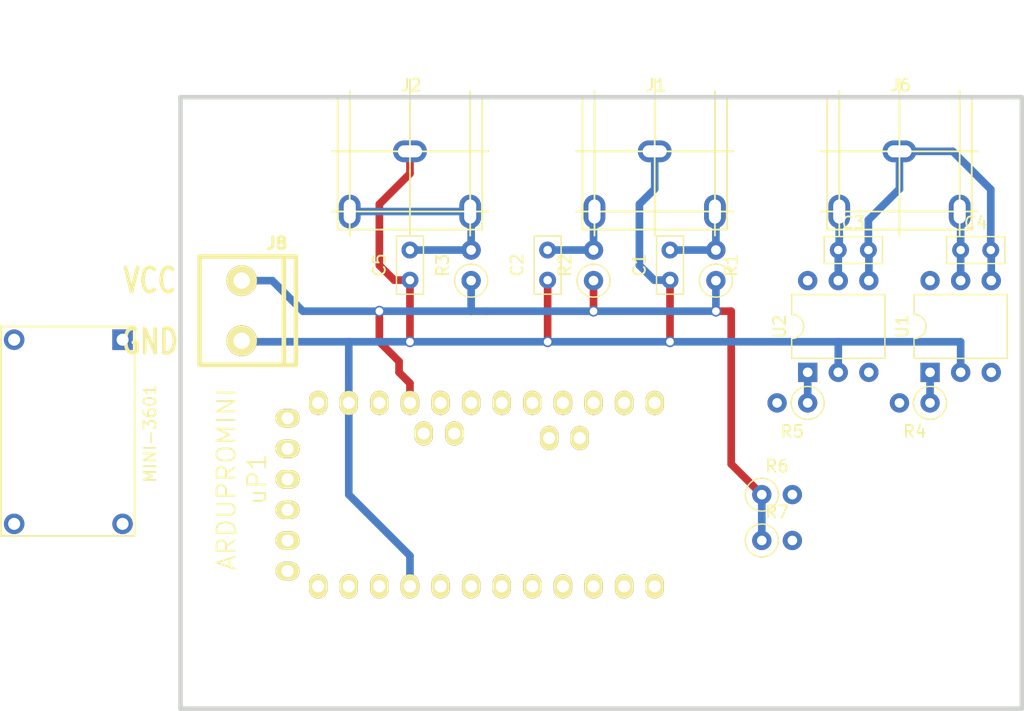
<source format=kicad_pcb>
(kicad_pcb (version 20171130) (host pcbnew "(5.1.5)-3")

  (general
    (thickness 1.6002)
    (drawings 12)
    (tracks 76)
    (zones 0)
    (modules 20)
    (nets 15)
  )

  (page A)
  (title_block
    (date 2020-11-20)
    (rev 1)
  )

  (layers
    (0 Front signal)
    (31 Back signal)
    (36 B.SilkS user)
    (37 F.SilkS user)
    (38 B.Mask user)
    (39 F.Mask user)
    (40 Dwgs.User user)
    (44 Edge.Cuts user)
  )

  (setup
    (last_trace_width 0.2032)
    (user_trace_width 0.254)
    (user_trace_width 0.635)
    (trace_clearance 0.254)
    (zone_clearance 0.2032)
    (zone_45_only no)
    (trace_min 0.008)
    (via_size 0.889)
    (via_drill 0.635)
    (via_min_size 0.035)
    (via_min_drill 0.508)
    (uvia_size 0.508)
    (uvia_drill 0.127)
    (uvias_allowed no)
    (uvia_min_size 0.02)
    (uvia_min_drill 0.127)
    (edge_width 0.381)
    (segment_width 0.381)
    (pcb_text_width 0.3048)
    (pcb_text_size 1.524 2.032)
    (mod_edge_width 0.381)
    (mod_text_size 1.524 1.524)
    (mod_text_width 0.3048)
    (pad_size 6.35 6.35)
    (pad_drill 3.175)
    (pad_to_mask_clearance 0.1524)
    (aux_axis_origin 0 0)
    (visible_elements 7FFFFF7F)
    (pcbplotparams
      (layerselection 0x010f0_80000001)
      (usegerberextensions true)
      (usegerberattributes false)
      (usegerberadvancedattributes false)
      (creategerberjobfile false)
      (excludeedgelayer true)
      (linewidth 0.150000)
      (plotframeref false)
      (viasonmask false)
      (mode 1)
      (useauxorigin false)
      (hpglpennumber 1)
      (hpglpenspeed 20)
      (hpglpendiameter 15.000000)
      (psnegative false)
      (psa4output false)
      (plotreference true)
      (plotvalue false)
      (plotinvisibletext false)
      (padsonsilk false)
      (subtractmaskfromsilk false)
      (outputformat 1)
      (mirror false)
      (drillshape 0)
      (scaleselection 1)
      (outputdirectory "plots/"))
  )

  (net 0 "")
  (net 1 GND)
  (net 2 "Net-(R4-Pad1)")
  (net 3 "Net-(R5-Pad1)")
  (net 4 /RIGHT)
  (net 5 /LEFT)
  (net 6 /ST_KEY)
  (net 7 "Net-(R5-Pad2)")
  (net 8 "Net-(R4-Pad2)")
  (net 9 +3V3)
  (net 10 "Net-(C3-Pad1)")
  (net 11 "Net-(C4-Pad1)")
  (net 12 "Net-(C3-Pad2)")
  (net 13 /ROT_A)
  (net 14 /ROT_B)

  (net_class Default "This is the default net class."
    (clearance 0.254)
    (trace_width 0.2032)
    (via_dia 0.889)
    (via_drill 0.635)
    (uvia_dia 0.508)
    (uvia_drill 0.127)
    (add_net +3V3)
    (add_net /LEFT)
    (add_net /RIGHT)
    (add_net /ROT_A)
    (add_net /ROT_B)
    (add_net /ST_KEY)
    (add_net GND)
    (add_net "Net-(C3-Pad1)")
    (add_net "Net-(C3-Pad2)")
    (add_net "Net-(C4-Pad1)")
    (add_net "Net-(R4-Pad1)")
    (add_net "Net-(R4-Pad2)")
    (add_net "Net-(R5-Pad1)")
    (add_net "Net-(R5-Pad2)")
  )

  (net_class POWER ""
    (clearance 0.254)
    (trace_width 0.635)
    (via_dia 0.889)
    (via_drill 0.635)
    (uvia_dia 0.508)
    (uvia_drill 0.127)
  )

  (module LandBoards_Conns:Jack_3.5mm_CUI_SJ1-352XN_Horizontal (layer Front) (tedit 5FB8070F) (tstamp 5FB85837)
    (at 19.05 0)
    (descr "TRS 3.5mm, horizontal, through-hole, https://www.cui.com/product/resource/sj1-353xng.pdf")
    (tags "TRS audio jack stereo horizontal")
    (path /5FB919A9)
    (fp_text reference J2 (at 0.1 -1) (layer F.SilkS)
      (effects (font (size 1 1) (thickness 0.15)))
    )
    (fp_text value AudioJack3 (at 0 15) (layer F.Fab)
      (effects (font (size 1 1) (thickness 0.15)))
    )
    (fp_text user %R (at 5 -0.5) (layer F.Fab)
      (effects (font (size 1 1) (thickness 0.15)))
    )
    (fp_line (start -6 0) (end 6 0) (layer F.SilkS) (width 0.15))
    (fp_line (start 6 0) (end 6 11) (layer F.SilkS) (width 0.15))
    (fp_line (start 6 11) (end -6 11) (layer F.SilkS) (width 0.15))
    (fp_line (start -6 11) (end -6 0) (layer F.SilkS) (width 0.15))
    (fp_line (start -6.5 9.5) (end 6.5 9.5) (layer F.SilkS) (width 0.15))
    (fp_line (start -6.5 4.5) (end 6.5 4.5) (layer F.SilkS) (width 0.15))
    (fp_line (start 0 11.5) (end 0 -1.5) (layer F.SilkS) (width 0.15))
    (fp_line (start -5 11.5) (end -5 -0.5) (layer F.SilkS) (width 0.15))
    (fp_line (start 5 11.5) (end 5 -0.5) (layer F.SilkS) (width 0.15))
    (pad S thru_hole oval (at 0 4.5) (size 2.8 1.8) (drill oval 2 1) (layers *.Cu *.Mask)
      (net 1 GND))
    (pad T thru_hole oval (at -5 9.5 90) (size 2.8 1.8) (drill oval 2 1) (layers *.Cu *.Mask)
      (net 6 /ST_KEY))
    (pad R thru_hole oval (at 5 9.5 90) (size 2.8 1.8) (drill oval 2 1) (layers *.Cu *.Mask)
      (net 6 /ST_KEY))
    (model ${KISYS3DMOD}/Connector_Audio.3dshapes/Jack_3.5mm_CUI_SJ1-3533NG_Horizontal.wrl
      (at (xyz 0 0 0))
      (scale (xyz 1 1 1))
      (rotate (xyz 0 0 0))
    )
  )

  (module LandBoards_Conns:Jack_3.5mm_CUI_SJ1-352XN_Horizontal (layer Front) (tedit 5FB8070F) (tstamp 5FB85827)
    (at 39.37 0)
    (descr "TRS 3.5mm, horizontal, through-hole, https://www.cui.com/product/resource/sj1-353xng.pdf")
    (tags "TRS audio jack stereo horizontal")
    (path /5FB7F3B1)
    (fp_text reference J1 (at 0.1 -1) (layer F.SilkS)
      (effects (font (size 1 1) (thickness 0.15)))
    )
    (fp_text value AudioJack3 (at 0 15) (layer F.Fab)
      (effects (font (size 1 1) (thickness 0.15)))
    )
    (fp_text user %R (at 5 -0.5) (layer F.Fab)
      (effects (font (size 1 1) (thickness 0.15)))
    )
    (fp_line (start -6 0) (end 6 0) (layer F.SilkS) (width 0.15))
    (fp_line (start 6 0) (end 6 11) (layer F.SilkS) (width 0.15))
    (fp_line (start 6 11) (end -6 11) (layer F.SilkS) (width 0.15))
    (fp_line (start -6 11) (end -6 0) (layer F.SilkS) (width 0.15))
    (fp_line (start -6.5 9.5) (end 6.5 9.5) (layer F.SilkS) (width 0.15))
    (fp_line (start -6.5 4.5) (end 6.5 4.5) (layer F.SilkS) (width 0.15))
    (fp_line (start 0 11.5) (end 0 -1.5) (layer F.SilkS) (width 0.15))
    (fp_line (start -5 11.5) (end -5 -0.5) (layer F.SilkS) (width 0.15))
    (fp_line (start 5 11.5) (end 5 -0.5) (layer F.SilkS) (width 0.15))
    (pad S thru_hole oval (at 0 4.5) (size 2.8 1.8) (drill oval 2 1) (layers *.Cu *.Mask)
      (net 1 GND))
    (pad T thru_hole oval (at -5 9.5 90) (size 2.8 1.8) (drill oval 2 1) (layers *.Cu *.Mask)
      (net 4 /RIGHT))
    (pad R thru_hole oval (at 5 9.5 90) (size 2.8 1.8) (drill oval 2 1) (layers *.Cu *.Mask)
      (net 5 /LEFT))
    (model ${KISYS3DMOD}/Connector_Audio.3dshapes/Jack_3.5mm_CUI_SJ1-3533NG_Horizontal.wrl
      (at (xyz 0 0 0))
      (scale (xyz 1 1 1))
      (rotate (xyz 0 0 0))
    )
  )

  (module LandBoards_Conns:Jack_3.5mm_CUI_SJ1-352XN_Horizontal (layer Front) (tedit 5FB8070F) (tstamp 5FB85847)
    (at 59.69 0)
    (descr "TRS 3.5mm, horizontal, through-hole, https://www.cui.com/product/resource/sj1-353xng.pdf")
    (tags "TRS audio jack stereo horizontal")
    (path /5FB8957F)
    (fp_text reference J6 (at 0.1 -1) (layer F.SilkS)
      (effects (font (size 1 1) (thickness 0.15)))
    )
    (fp_text value AudioJack3 (at 0 15) (layer F.Fab)
      (effects (font (size 1 1) (thickness 0.15)))
    )
    (fp_text user %R (at 5 -0.5) (layer F.Fab)
      (effects (font (size 1 1) (thickness 0.15)))
    )
    (fp_line (start -6 0) (end 6 0) (layer F.SilkS) (width 0.15))
    (fp_line (start 6 0) (end 6 11) (layer F.SilkS) (width 0.15))
    (fp_line (start 6 11) (end -6 11) (layer F.SilkS) (width 0.15))
    (fp_line (start -6 11) (end -6 0) (layer F.SilkS) (width 0.15))
    (fp_line (start -6.5 9.5) (end 6.5 9.5) (layer F.SilkS) (width 0.15))
    (fp_line (start -6.5 4.5) (end 6.5 4.5) (layer F.SilkS) (width 0.15))
    (fp_line (start 0 11.5) (end 0 -1.5) (layer F.SilkS) (width 0.15))
    (fp_line (start -5 11.5) (end -5 -0.5) (layer F.SilkS) (width 0.15))
    (fp_line (start 5 11.5) (end 5 -0.5) (layer F.SilkS) (width 0.15))
    (pad S thru_hole oval (at 0 4.5) (size 2.8 1.8) (drill oval 2 1) (layers *.Cu *.Mask)
      (net 12 "Net-(C3-Pad2)"))
    (pad T thru_hole oval (at -5 9.5 90) (size 2.8 1.8) (drill oval 2 1) (layers *.Cu *.Mask)
      (net 10 "Net-(C3-Pad1)"))
    (pad R thru_hole oval (at 5 9.5 90) (size 2.8 1.8) (drill oval 2 1) (layers *.Cu *.Mask)
      (net 11 "Net-(C4-Pad1)"))
    (model ${KISYS3DMOD}/Connector_Audio.3dshapes/Jack_3.5mm_CUI_SJ1-3533NG_Horizontal.wrl
      (at (xyz 0 0 0))
      (scale (xyz 1 1 1))
      (rotate (xyz 0 0 0))
    )
  )

  (module Package_DIP:DIP-6_W7.62mm (layer Front) (tedit 5A02E8C5) (tstamp 5FB84BDC)
    (at 62.23 22.86 90)
    (descr "6-lead though-hole mounted DIP package, row spacing 7.62 mm (300 mils)")
    (tags "THT DIP DIL PDIP 2.54mm 7.62mm 300mil")
    (path /5FB85207)
    (fp_text reference U1 (at 3.81 -2.33 90) (layer F.SilkS)
      (effects (font (size 1 1) (thickness 0.15)))
    )
    (fp_text value 4N25 (at 3.81 7.41 90) (layer F.Fab)
      (effects (font (size 1 1) (thickness 0.15)))
    )
    (fp_text user %R (at 3.81 2.54 90) (layer F.Fab)
      (effects (font (size 1 1) (thickness 0.15)))
    )
    (fp_line (start 8.7 -1.55) (end -1.1 -1.55) (layer F.CrtYd) (width 0.05))
    (fp_line (start 8.7 6.6) (end 8.7 -1.55) (layer F.CrtYd) (width 0.05))
    (fp_line (start -1.1 6.6) (end 8.7 6.6) (layer F.CrtYd) (width 0.05))
    (fp_line (start -1.1 -1.55) (end -1.1 6.6) (layer F.CrtYd) (width 0.05))
    (fp_line (start 6.46 -1.33) (end 4.81 -1.33) (layer F.SilkS) (width 0.12))
    (fp_line (start 6.46 6.41) (end 6.46 -1.33) (layer F.SilkS) (width 0.12))
    (fp_line (start 1.16 6.41) (end 6.46 6.41) (layer F.SilkS) (width 0.12))
    (fp_line (start 1.16 -1.33) (end 1.16 6.41) (layer F.SilkS) (width 0.12))
    (fp_line (start 2.81 -1.33) (end 1.16 -1.33) (layer F.SilkS) (width 0.12))
    (fp_line (start 0.635 -0.27) (end 1.635 -1.27) (layer F.Fab) (width 0.1))
    (fp_line (start 0.635 6.35) (end 0.635 -0.27) (layer F.Fab) (width 0.1))
    (fp_line (start 6.985 6.35) (end 0.635 6.35) (layer F.Fab) (width 0.1))
    (fp_line (start 6.985 -1.27) (end 6.985 6.35) (layer F.Fab) (width 0.1))
    (fp_line (start 1.635 -1.27) (end 6.985 -1.27) (layer F.Fab) (width 0.1))
    (fp_arc (start 3.81 -1.33) (end 2.81 -1.33) (angle -180) (layer F.SilkS) (width 0.12))
    (pad 6 thru_hole oval (at 7.62 0 90) (size 1.6 1.6) (drill 0.8) (layers *.Cu *.Mask))
    (pad 3 thru_hole oval (at 0 5.08 90) (size 1.6 1.6) (drill 0.8) (layers *.Cu *.Mask))
    (pad 5 thru_hole oval (at 7.62 2.54 90) (size 1.6 1.6) (drill 0.8) (layers *.Cu *.Mask)
      (net 11 "Net-(C4-Pad1)"))
    (pad 2 thru_hole oval (at 0 2.54 90) (size 1.6 1.6) (drill 0.8) (layers *.Cu *.Mask)
      (net 1 GND))
    (pad 4 thru_hole oval (at 7.62 5.08 90) (size 1.6 1.6) (drill 0.8) (layers *.Cu *.Mask)
      (net 12 "Net-(C3-Pad2)"))
    (pad 1 thru_hole rect (at 0 0 90) (size 1.6 1.6) (drill 0.8) (layers *.Cu *.Mask)
      (net 2 "Net-(R4-Pad1)"))
    (model ${KISYS3DMOD}/Package_DIP.3dshapes/DIP-6_W7.62mm.wrl
      (at (xyz 0 0 0))
      (scale (xyz 1 1 1))
      (rotate (xyz 0 0 0))
    )
  )

  (module Package_DIP:DIP-6_W7.62mm (layer Front) (tedit 5A02E8C5) (tstamp 5FB84BF6)
    (at 52.07 22.86 90)
    (descr "6-lead though-hole mounted DIP package, row spacing 7.62 mm (300 mils)")
    (tags "THT DIP DIL PDIP 2.54mm 7.62mm 300mil")
    (path /5FB85B02)
    (fp_text reference U2 (at 3.81 -2.33 90) (layer F.SilkS)
      (effects (font (size 1 1) (thickness 0.15)))
    )
    (fp_text value 4N25 (at 3.81 7.41 90) (layer F.Fab)
      (effects (font (size 1 1) (thickness 0.15)))
    )
    (fp_arc (start 3.81 -1.33) (end 2.81 -1.33) (angle -180) (layer F.SilkS) (width 0.12))
    (fp_line (start 1.635 -1.27) (end 6.985 -1.27) (layer F.Fab) (width 0.1))
    (fp_line (start 6.985 -1.27) (end 6.985 6.35) (layer F.Fab) (width 0.1))
    (fp_line (start 6.985 6.35) (end 0.635 6.35) (layer F.Fab) (width 0.1))
    (fp_line (start 0.635 6.35) (end 0.635 -0.27) (layer F.Fab) (width 0.1))
    (fp_line (start 0.635 -0.27) (end 1.635 -1.27) (layer F.Fab) (width 0.1))
    (fp_line (start 2.81 -1.33) (end 1.16 -1.33) (layer F.SilkS) (width 0.12))
    (fp_line (start 1.16 -1.33) (end 1.16 6.41) (layer F.SilkS) (width 0.12))
    (fp_line (start 1.16 6.41) (end 6.46 6.41) (layer F.SilkS) (width 0.12))
    (fp_line (start 6.46 6.41) (end 6.46 -1.33) (layer F.SilkS) (width 0.12))
    (fp_line (start 6.46 -1.33) (end 4.81 -1.33) (layer F.SilkS) (width 0.12))
    (fp_line (start -1.1 -1.55) (end -1.1 6.6) (layer F.CrtYd) (width 0.05))
    (fp_line (start -1.1 6.6) (end 8.7 6.6) (layer F.CrtYd) (width 0.05))
    (fp_line (start 8.7 6.6) (end 8.7 -1.55) (layer F.CrtYd) (width 0.05))
    (fp_line (start 8.7 -1.55) (end -1.1 -1.55) (layer F.CrtYd) (width 0.05))
    (fp_text user %R (at 3.81 2.54 90) (layer F.Fab)
      (effects (font (size 1 1) (thickness 0.15)))
    )
    (pad 1 thru_hole rect (at 0 0 90) (size 1.6 1.6) (drill 0.8) (layers *.Cu *.Mask)
      (net 3 "Net-(R5-Pad1)"))
    (pad 4 thru_hole oval (at 7.62 5.08 90) (size 1.6 1.6) (drill 0.8) (layers *.Cu *.Mask)
      (net 12 "Net-(C3-Pad2)"))
    (pad 2 thru_hole oval (at 0 2.54 90) (size 1.6 1.6) (drill 0.8) (layers *.Cu *.Mask)
      (net 1 GND))
    (pad 5 thru_hole oval (at 7.62 2.54 90) (size 1.6 1.6) (drill 0.8) (layers *.Cu *.Mask)
      (net 10 "Net-(C3-Pad1)"))
    (pad 3 thru_hole oval (at 0 5.08 90) (size 1.6 1.6) (drill 0.8) (layers *.Cu *.Mask))
    (pad 6 thru_hole oval (at 7.62 0 90) (size 1.6 1.6) (drill 0.8) (layers *.Cu *.Mask))
    (model ${KISYS3DMOD}/Package_DIP.3dshapes/DIP-6_W7.62mm.wrl
      (at (xyz 0 0 0))
      (scale (xyz 1 1 1))
      (rotate (xyz 0 0 0))
    )
  )

  (module LandBoards_BoardOutlines:MINI-360 (layer Front) (tedit 5F8C8F90) (tstamp 5FB85C92)
    (at -3.81 19.05 270)
    (descr "Through hole straight pin header, 2x02, 2.54mm pitch, double rows")
    (tags "Through hole pin header THT 2x02 2.54mm double row")
    (path /5FBC826A)
    (fp_text reference MINI-3601 (at 8.89 -1.27 90) (layer F.SilkS)
      (effects (font (size 1 1) (thickness 0.15)))
    )
    (fp_text value MINI-360 (at 8.5 13 90) (layer F.Fab)
      (effects (font (size 1 1) (thickness 0.15)))
    )
    (fp_text user %R (at 18.5 6.5) (layer F.Fab)
      (effects (font (size 1 1) (thickness 0.15)))
    )
    (fp_line (start 0 0) (end 17.4 0) (layer F.SilkS) (width 0.15))
    (fp_line (start 17.4 0) (end 17.4 11.1) (layer F.SilkS) (width 0.15))
    (fp_line (start 17.4 11.1) (end 0 11.1) (layer F.SilkS) (width 0.15))
    (fp_line (start 0 11.1) (end 0 0) (layer F.SilkS) (width 0.15))
    (pad IN- thru_hole rect (at 1.1 1 270) (size 1.7 1.7) (drill 1) (layers *.Cu *.Mask))
    (pad OUT- thru_hole oval (at 16.4 1 270) (size 1.7 1.7) (drill 1) (layers *.Cu *.Mask)
      (net 1 GND))
    (pad IN+ thru_hole oval (at 1.1 10 270) (size 1.7 1.7) (drill 1) (layers *.Cu *.Mask))
    (pad OUT+ thru_hole oval (at 16.4 10 270) (size 1.7 1.7) (drill 1) (layers *.Cu *.Mask))
    (model ${KISYS3DMOD}/Connector_PinHeader_2.54mm.3dshapes/PinHeader_2x02_P2.54mm_Vertical.wrl
      (at (xyz 0 0 0))
      (scale (xyz 1 1 1))
      (rotate (xyz 0 0 0))
    )
  )

  (module LandBoards_BoardOutlines:ArduProMini (layer Front) (tedit 5F9CB590) (tstamp 5FB85CB8)
    (at 5.08 43.18 90)
    (path /5FB7E2C9)
    (fp_text reference uP1 (at 11.43 1.27 90) (layer F.SilkS)
      (effects (font (size 1.5 1.5) (thickness 0.15)))
    )
    (fp_text value ARDUPROMINI (at 11.43 -1.27 90) (layer F.SilkS)
      (effects (font (size 1.5 1.5) (thickness 0.15)))
    )
    (pad 1 thru_hole oval (at 3.81 3.81 90) (size 1.524 2) (drill 1) (layers *.Cu *.Mask F.SilkS))
    (pad 2 thru_hole oval (at 6.35 3.81 90) (size 1.524 2) (drill 1) (layers *.Cu *.Mask F.SilkS))
    (pad 3 thru_hole oval (at 8.89 3.81 90) (size 1.524 2) (drill 1) (layers *.Cu *.Mask F.SilkS))
    (pad 4 thru_hole oval (at 11.43 3.81 90) (size 1.524 2) (drill 1) (layers *.Cu *.Mask F.SilkS))
    (pad 5 thru_hole oval (at 13.97 3.81 90) (size 1.524 2) (drill 1) (layers *.Cu *.Mask F.SilkS))
    (pad 6 thru_hole oval (at 16.51 3.81 90) (size 1.524 2) (drill 1) (layers *.Cu *.Mask F.SilkS))
    (pad 7 thru_hole oval (at 2.54 6.35 90) (size 2 1.524) (drill 1) (layers *.Cu *.Mask F.SilkS))
    (pad 8 thru_hole oval (at 2.54 8.89 90) (size 2 1.524) (drill 1) (layers *.Cu *.Mask F.SilkS))
    (pad 9 thru_hole oval (at 2.54 11.43 90) (size 2 1.524) (drill 1) (layers *.Cu *.Mask F.SilkS))
    (pad 10 thru_hole oval (at 2.54 13.97 90) (size 2 1.524) (drill 1) (layers *.Cu *.Mask F.SilkS)
      (net 1 GND))
    (pad 11 thru_hole oval (at 2.54 16.51 90) (size 2 1.524) (drill 1) (layers *.Cu *.Mask F.SilkS)
      (net 5 /LEFT))
    (pad 12 thru_hole oval (at 2.54 19.05 90) (size 2 1.524) (drill 1) (layers *.Cu *.Mask F.SilkS)
      (net 6 /ST_KEY))
    (pad 13 thru_hole oval (at 2.54 21.59 90) (size 2 1.524) (drill 1) (layers *.Cu *.Mask F.SilkS))
    (pad 14 thru_hole oval (at 2.54 24.13 90) (size 2 1.524) (drill 1) (layers *.Cu *.Mask F.SilkS)
      (net 4 /RIGHT))
    (pad 15 thru_hole oval (at 2.54 26.67 90) (size 2 1.524) (drill 1) (layers *.Cu *.Mask F.SilkS))
    (pad 16 thru_hole oval (at 2.54 29.21 90) (size 2 1.524) (drill 1) (layers *.Cu *.Mask F.SilkS))
    (pad 17 thru_hole oval (at 2.54 31.75 90) (size 2 1.524) (drill 1) (layers *.Cu *.Mask F.SilkS))
    (pad 18 thru_hole oval (at 2.54 34.29 90) (size 2 1.524) (drill 1) (layers *.Cu *.Mask F.SilkS)
      (net 14 /ROT_B))
    (pad 19 thru_hole oval (at 17.78 6.35 90) (size 2 1.524) (drill 1) (layers *.Cu *.Mask F.SilkS))
    (pad 20 thru_hole oval (at 17.78 8.89 90) (size 2 1.524) (drill 1) (layers *.Cu *.Mask F.SilkS)
      (net 1 GND))
    (pad 21 thru_hole oval (at 17.78 11.43 90) (size 2 1.524) (drill 1) (layers *.Cu *.Mask F.SilkS))
    (pad 22 thru_hole oval (at 17.78 13.97 90) (size 2 1.524) (drill 1) (layers *.Cu *.Mask F.SilkS)
      (net 9 +3V3))
    (pad 23 thru_hole oval (at 17.78 16.51 90) (size 2 1.524) (drill 1) (layers *.Cu *.Mask F.SilkS))
    (pad 24 thru_hole oval (at 17.78 19.05 90) (size 2 1.524) (drill 1) (layers *.Cu *.Mask F.SilkS))
    (pad 25 thru_hole oval (at 17.78 21.59 90) (size 2 1.524) (drill 1) (layers *.Cu *.Mask F.SilkS))
    (pad 26 thru_hole oval (at 17.78 24.13 90) (size 2 1.524) (drill 1) (layers *.Cu *.Mask F.SilkS))
    (pad 27 thru_hole oval (at 17.78 26.67 90) (size 2 1.524) (drill 1) (layers *.Cu *.Mask F.SilkS))
    (pad 28 thru_hole oval (at 17.78 29.21 90) (size 2 1.524) (drill 1) (layers *.Cu *.Mask F.SilkS)
      (net 13 /ROT_A))
    (pad 29 thru_hole oval (at 17.78 31.75 90) (size 2 1.524) (drill 1) (layers *.Cu *.Mask F.SilkS)
      (net 7 "Net-(R5-Pad2)"))
    (pad 30 thru_hole oval (at 17.78 34.29 90) (size 2 1.524) (drill 1) (layers *.Cu *.Mask F.SilkS)
      (net 8 "Net-(R4-Pad2)"))
    (pad 31 thru_hole oval (at 15.24 15.113 90) (size 2 1.524) (drill 1) (layers *.Cu *.Mask F.SilkS))
    (pad 32 thru_hole oval (at 15.24 17.653 90) (size 2 1.524) (drill 1) (layers *.Cu *.Mask F.SilkS))
    (pad 34 thru_hole oval (at 14.859 25.527 90) (size 2 1.524) (drill 1) (layers *.Cu *.Mask F.SilkS))
    (pad 35 thru_hole oval (at 14.859 28.067 90) (size 2 1.524) (drill 1) (layers *.Cu *.Mask F.SilkS))
  )

  (module Resistor_THT:R_Axial_DIN0207_L6.3mm_D2.5mm_P2.54mm_Vertical (layer Front) (tedit 5AE5139B) (tstamp 5FB86498)
    (at 44.45 15.24 90)
    (descr "Resistor, Axial_DIN0207 series, Axial, Vertical, pin pitch=2.54mm, 0.25W = 1/4W, length*diameter=6.3*2.5mm^2, http://cdn-reichelt.de/documents/datenblatt/B400/1_4W%23YAG.pdf")
    (tags "Resistor Axial_DIN0207 series Axial Vertical pin pitch 2.54mm 0.25W = 1/4W length 6.3mm diameter 2.5mm")
    (path /5FB8011C)
    (fp_text reference R1 (at 1.27 1.27 90) (layer F.SilkS)
      (effects (font (size 1 1) (thickness 0.15)))
    )
    (fp_text value 10K (at 1.27 2.37 90) (layer F.Fab)
      (effects (font (size 1 1) (thickness 0.15)))
    )
    (fp_circle (center 0 0) (end 1.25 0) (layer F.Fab) (width 0.1))
    (fp_circle (center 0 0) (end 1.37 0) (layer F.SilkS) (width 0.12))
    (fp_line (start 0 0) (end 2.54 0) (layer F.Fab) (width 0.1))
    (fp_line (start 1.37 0) (end 1.44 0) (layer F.SilkS) (width 0.12))
    (fp_line (start -1.5 -1.5) (end -1.5 1.5) (layer F.CrtYd) (width 0.05))
    (fp_line (start -1.5 1.5) (end 3.59 1.5) (layer F.CrtYd) (width 0.05))
    (fp_line (start 3.59 1.5) (end 3.59 -1.5) (layer F.CrtYd) (width 0.05))
    (fp_line (start 3.59 -1.5) (end -1.5 -1.5) (layer F.CrtYd) (width 0.05))
    (fp_text user %R (at 1.27 -2.37 90) (layer F.Fab)
      (effects (font (size 1 1) (thickness 0.15)))
    )
    (pad 1 thru_hole circle (at 0 0 90) (size 1.6 1.6) (drill 0.8) (layers *.Cu *.Mask)
      (net 9 +3V3))
    (pad 2 thru_hole oval (at 2.54 0 90) (size 1.6 1.6) (drill 0.8) (layers *.Cu *.Mask)
      (net 5 /LEFT))
    (model ${KISYS3DMOD}/Resistor_THT.3dshapes/R_Axial_DIN0207_L6.3mm_D2.5mm_P2.54mm_Vertical.wrl
      (at (xyz 0 0 0))
      (scale (xyz 1 1 1))
      (rotate (xyz 0 0 0))
    )
  )

  (module Resistor_THT:R_Axial_DIN0207_L6.3mm_D2.5mm_P2.54mm_Vertical (layer Front) (tedit 5AE5139B) (tstamp 5FB864A7)
    (at 34.29 15.24 90)
    (descr "Resistor, Axial_DIN0207 series, Axial, Vertical, pin pitch=2.54mm, 0.25W = 1/4W, length*diameter=6.3*2.5mm^2, http://cdn-reichelt.de/documents/datenblatt/B400/1_4W%23YAG.pdf")
    (tags "Resistor Axial_DIN0207 series Axial Vertical pin pitch 2.54mm 0.25W = 1/4W length 6.3mm diameter 2.5mm")
    (path /5FB80864)
    (fp_text reference R2 (at 1.27 -2.37 90) (layer F.SilkS)
      (effects (font (size 1 1) (thickness 0.15)))
    )
    (fp_text value 10K (at 1.27 2.37 90) (layer F.Fab)
      (effects (font (size 1 1) (thickness 0.15)))
    )
    (fp_text user %R (at 1.27 -2.37 90) (layer F.Fab)
      (effects (font (size 1 1) (thickness 0.15)))
    )
    (fp_line (start 3.59 -1.5) (end -1.5 -1.5) (layer F.CrtYd) (width 0.05))
    (fp_line (start 3.59 1.5) (end 3.59 -1.5) (layer F.CrtYd) (width 0.05))
    (fp_line (start -1.5 1.5) (end 3.59 1.5) (layer F.CrtYd) (width 0.05))
    (fp_line (start -1.5 -1.5) (end -1.5 1.5) (layer F.CrtYd) (width 0.05))
    (fp_line (start 1.37 0) (end 1.44 0) (layer F.SilkS) (width 0.12))
    (fp_line (start 0 0) (end 2.54 0) (layer F.Fab) (width 0.1))
    (fp_circle (center 0 0) (end 1.37 0) (layer F.SilkS) (width 0.12))
    (fp_circle (center 0 0) (end 1.25 0) (layer F.Fab) (width 0.1))
    (pad 2 thru_hole oval (at 2.54 0 90) (size 1.6 1.6) (drill 0.8) (layers *.Cu *.Mask)
      (net 4 /RIGHT))
    (pad 1 thru_hole circle (at 0 0 90) (size 1.6 1.6) (drill 0.8) (layers *.Cu *.Mask)
      (net 9 +3V3))
    (model ${KISYS3DMOD}/Resistor_THT.3dshapes/R_Axial_DIN0207_L6.3mm_D2.5mm_P2.54mm_Vertical.wrl
      (at (xyz 0 0 0))
      (scale (xyz 1 1 1))
      (rotate (xyz 0 0 0))
    )
  )

  (module Resistor_THT:R_Axial_DIN0207_L6.3mm_D2.5mm_P2.54mm_Vertical (layer Front) (tedit 5AE5139B) (tstamp 5FB864B6)
    (at 24.13 15.24 90)
    (descr "Resistor, Axial_DIN0207 series, Axial, Vertical, pin pitch=2.54mm, 0.25W = 1/4W, length*diameter=6.3*2.5mm^2, http://cdn-reichelt.de/documents/datenblatt/B400/1_4W%23YAG.pdf")
    (tags "Resistor Axial_DIN0207 series Axial Vertical pin pitch 2.54mm 0.25W = 1/4W length 6.3mm diameter 2.5mm")
    (path /5FB9F5D1)
    (fp_text reference R3 (at 1.27 -2.37 90) (layer F.SilkS)
      (effects (font (size 1 1) (thickness 0.15)))
    )
    (fp_text value 10K (at 1.27 2.37 90) (layer F.Fab)
      (effects (font (size 1 1) (thickness 0.15)))
    )
    (fp_circle (center 0 0) (end 1.25 0) (layer F.Fab) (width 0.1))
    (fp_circle (center 0 0) (end 1.37 0) (layer F.SilkS) (width 0.12))
    (fp_line (start 0 0) (end 2.54 0) (layer F.Fab) (width 0.1))
    (fp_line (start 1.37 0) (end 1.44 0) (layer F.SilkS) (width 0.12))
    (fp_line (start -1.5 -1.5) (end -1.5 1.5) (layer F.CrtYd) (width 0.05))
    (fp_line (start -1.5 1.5) (end 3.59 1.5) (layer F.CrtYd) (width 0.05))
    (fp_line (start 3.59 1.5) (end 3.59 -1.5) (layer F.CrtYd) (width 0.05))
    (fp_line (start 3.59 -1.5) (end -1.5 -1.5) (layer F.CrtYd) (width 0.05))
    (fp_text user %R (at 1.27 -2.37 90) (layer F.Fab)
      (effects (font (size 1 1) (thickness 0.15)))
    )
    (pad 1 thru_hole circle (at 0 0 90) (size 1.6 1.6) (drill 0.8) (layers *.Cu *.Mask)
      (net 9 +3V3))
    (pad 2 thru_hole oval (at 2.54 0 90) (size 1.6 1.6) (drill 0.8) (layers *.Cu *.Mask)
      (net 6 /ST_KEY))
    (model ${KISYS3DMOD}/Resistor_THT.3dshapes/R_Axial_DIN0207_L6.3mm_D2.5mm_P2.54mm_Vertical.wrl
      (at (xyz 0 0 0))
      (scale (xyz 1 1 1))
      (rotate (xyz 0 0 0))
    )
  )

  (module Resistor_THT:R_Axial_DIN0207_L6.3mm_D2.5mm_P2.54mm_Vertical (layer Front) (tedit 5AE5139B) (tstamp 5FB864C5)
    (at 62.23 25.4 180)
    (descr "Resistor, Axial_DIN0207 series, Axial, Vertical, pin pitch=2.54mm, 0.25W = 1/4W, length*diameter=6.3*2.5mm^2, http://cdn-reichelt.de/documents/datenblatt/B400/1_4W%23YAG.pdf")
    (tags "Resistor Axial_DIN0207 series Axial Vertical pin pitch 2.54mm 0.25W = 1/4W length 6.3mm diameter 2.5mm")
    (path /5FB8739D)
    (fp_text reference R4 (at 1.27 -2.37) (layer F.SilkS)
      (effects (font (size 1 1) (thickness 0.15)))
    )
    (fp_text value 120 (at 1.27 2.37) (layer F.Fab)
      (effects (font (size 1 1) (thickness 0.15)))
    )
    (fp_circle (center 0 0) (end 1.25 0) (layer F.Fab) (width 0.1))
    (fp_circle (center 0 0) (end 1.37 0) (layer F.SilkS) (width 0.12))
    (fp_line (start 0 0) (end 2.54 0) (layer F.Fab) (width 0.1))
    (fp_line (start 1.37 0) (end 1.44 0) (layer F.SilkS) (width 0.12))
    (fp_line (start -1.5 -1.5) (end -1.5 1.5) (layer F.CrtYd) (width 0.05))
    (fp_line (start -1.5 1.5) (end 3.59 1.5) (layer F.CrtYd) (width 0.05))
    (fp_line (start 3.59 1.5) (end 3.59 -1.5) (layer F.CrtYd) (width 0.05))
    (fp_line (start 3.59 -1.5) (end -1.5 -1.5) (layer F.CrtYd) (width 0.05))
    (fp_text user %R (at 1.27 -2.37) (layer F.Fab)
      (effects (font (size 1 1) (thickness 0.15)))
    )
    (pad 1 thru_hole circle (at 0 0 180) (size 1.6 1.6) (drill 0.8) (layers *.Cu *.Mask)
      (net 2 "Net-(R4-Pad1)"))
    (pad 2 thru_hole oval (at 2.54 0 180) (size 1.6 1.6) (drill 0.8) (layers *.Cu *.Mask)
      (net 8 "Net-(R4-Pad2)"))
    (model ${KISYS3DMOD}/Resistor_THT.3dshapes/R_Axial_DIN0207_L6.3mm_D2.5mm_P2.54mm_Vertical.wrl
      (at (xyz 0 0 0))
      (scale (xyz 1 1 1))
      (rotate (xyz 0 0 0))
    )
  )

  (module Resistor_THT:R_Axial_DIN0207_L6.3mm_D2.5mm_P2.54mm_Vertical (layer Front) (tedit 5AE5139B) (tstamp 5FB864D4)
    (at 52.07 25.4 180)
    (descr "Resistor, Axial_DIN0207 series, Axial, Vertical, pin pitch=2.54mm, 0.25W = 1/4W, length*diameter=6.3*2.5mm^2, http://cdn-reichelt.de/documents/datenblatt/B400/1_4W%23YAG.pdf")
    (tags "Resistor Axial_DIN0207 series Axial Vertical pin pitch 2.54mm 0.25W = 1/4W length 6.3mm diameter 2.5mm")
    (path /5FB88577)
    (fp_text reference R5 (at 1.27 -2.37) (layer F.SilkS)
      (effects (font (size 1 1) (thickness 0.15)))
    )
    (fp_text value 120 (at 1.27 2.37) (layer F.Fab)
      (effects (font (size 1 1) (thickness 0.15)))
    )
    (fp_text user %R (at 1.27 -2.37) (layer F.Fab)
      (effects (font (size 1 1) (thickness 0.15)))
    )
    (fp_line (start 3.59 -1.5) (end -1.5 -1.5) (layer F.CrtYd) (width 0.05))
    (fp_line (start 3.59 1.5) (end 3.59 -1.5) (layer F.CrtYd) (width 0.05))
    (fp_line (start -1.5 1.5) (end 3.59 1.5) (layer F.CrtYd) (width 0.05))
    (fp_line (start -1.5 -1.5) (end -1.5 1.5) (layer F.CrtYd) (width 0.05))
    (fp_line (start 1.37 0) (end 1.44 0) (layer F.SilkS) (width 0.12))
    (fp_line (start 0 0) (end 2.54 0) (layer F.Fab) (width 0.1))
    (fp_circle (center 0 0) (end 1.37 0) (layer F.SilkS) (width 0.12))
    (fp_circle (center 0 0) (end 1.25 0) (layer F.Fab) (width 0.1))
    (pad 2 thru_hole oval (at 2.54 0 180) (size 1.6 1.6) (drill 0.8) (layers *.Cu *.Mask)
      (net 7 "Net-(R5-Pad2)"))
    (pad 1 thru_hole circle (at 0 0 180) (size 1.6 1.6) (drill 0.8) (layers *.Cu *.Mask)
      (net 3 "Net-(R5-Pad1)"))
    (model ${KISYS3DMOD}/Resistor_THT.3dshapes/R_Axial_DIN0207_L6.3mm_D2.5mm_P2.54mm_Vertical.wrl
      (at (xyz 0 0 0))
      (scale (xyz 1 1 1))
      (rotate (xyz 0 0 0))
    )
  )

  (module Capacitor_THT:C_Rect_L4.6mm_W2.0mm_P2.50mm_MKS02_FKP02 (layer Front) (tedit 5AE50EF0) (tstamp 5FB86946)
    (at 40.64 12.7 270)
    (descr "C, Rect series, Radial, pin pitch=2.50mm, , length*width=4.6*2mm^2, Capacitor, http://www.wima.de/DE/WIMA_MKS_02.pdf")
    (tags "C Rect series Radial pin pitch 2.50mm  length 4.6mm width 2mm Capacitor")
    (path /5FB83229)
    (fp_text reference C1 (at 1.25 2.54 90) (layer F.SilkS)
      (effects (font (size 1 1) (thickness 0.15)))
    )
    (fp_text value 0.01uF (at 1.25 2.25 90) (layer F.Fab)
      (effects (font (size 1 1) (thickness 0.15)))
    )
    (fp_line (start -1.05 -1) (end -1.05 1) (layer F.Fab) (width 0.1))
    (fp_line (start -1.05 1) (end 3.55 1) (layer F.Fab) (width 0.1))
    (fp_line (start 3.55 1) (end 3.55 -1) (layer F.Fab) (width 0.1))
    (fp_line (start 3.55 -1) (end -1.05 -1) (layer F.Fab) (width 0.1))
    (fp_line (start -1.17 -1.12) (end 3.67 -1.12) (layer F.SilkS) (width 0.12))
    (fp_line (start -1.17 1.12) (end 3.67 1.12) (layer F.SilkS) (width 0.12))
    (fp_line (start -1.17 -1.12) (end -1.17 1.12) (layer F.SilkS) (width 0.12))
    (fp_line (start 3.67 -1.12) (end 3.67 1.12) (layer F.SilkS) (width 0.12))
    (fp_line (start -1.3 -1.25) (end -1.3 1.25) (layer F.CrtYd) (width 0.05))
    (fp_line (start -1.3 1.25) (end 3.8 1.25) (layer F.CrtYd) (width 0.05))
    (fp_line (start 3.8 1.25) (end 3.8 -1.25) (layer F.CrtYd) (width 0.05))
    (fp_line (start 3.8 -1.25) (end -1.3 -1.25) (layer F.CrtYd) (width 0.05))
    (fp_text user %R (at 1.25 0 90) (layer F.Fab)
      (effects (font (size 0.92 0.92) (thickness 0.138)))
    )
    (pad 1 thru_hole circle (at 0 0 270) (size 1.4 1.4) (drill 0.7) (layers *.Cu *.Mask)
      (net 5 /LEFT))
    (pad 2 thru_hole circle (at 2.5 0 270) (size 1.4 1.4) (drill 0.7) (layers *.Cu *.Mask)
      (net 1 GND))
    (model ${KISYS3DMOD}/Capacitor_THT.3dshapes/C_Rect_L4.6mm_W2.0mm_P2.50mm_MKS02_FKP02.wrl
      (at (xyz 0 0 0))
      (scale (xyz 1 1 1))
      (rotate (xyz 0 0 0))
    )
  )

  (module Capacitor_THT:C_Rect_L4.6mm_W2.0mm_P2.50mm_MKS02_FKP02 (layer Front) (tedit 5AE50EF0) (tstamp 5FB86958)
    (at 30.48 12.7 270)
    (descr "C, Rect series, Radial, pin pitch=2.50mm, , length*width=4.6*2mm^2, Capacitor, http://www.wima.de/DE/WIMA_MKS_02.pdf")
    (tags "C Rect series Radial pin pitch 2.50mm  length 4.6mm width 2mm Capacitor")
    (path /5FB8256D)
    (fp_text reference C2 (at 1.25 2.54 90) (layer F.SilkS)
      (effects (font (size 1 1) (thickness 0.15)))
    )
    (fp_text value 0.01uF (at 1.25 2.25 90) (layer F.Fab)
      (effects (font (size 1 1) (thickness 0.15)))
    )
    (fp_text user %R (at 1.25 0 90) (layer F.Fab)
      (effects (font (size 0.92 0.92) (thickness 0.138)))
    )
    (fp_line (start 3.8 -1.25) (end -1.3 -1.25) (layer F.CrtYd) (width 0.05))
    (fp_line (start 3.8 1.25) (end 3.8 -1.25) (layer F.CrtYd) (width 0.05))
    (fp_line (start -1.3 1.25) (end 3.8 1.25) (layer F.CrtYd) (width 0.05))
    (fp_line (start -1.3 -1.25) (end -1.3 1.25) (layer F.CrtYd) (width 0.05))
    (fp_line (start 3.67 -1.12) (end 3.67 1.12) (layer F.SilkS) (width 0.12))
    (fp_line (start -1.17 -1.12) (end -1.17 1.12) (layer F.SilkS) (width 0.12))
    (fp_line (start -1.17 1.12) (end 3.67 1.12) (layer F.SilkS) (width 0.12))
    (fp_line (start -1.17 -1.12) (end 3.67 -1.12) (layer F.SilkS) (width 0.12))
    (fp_line (start 3.55 -1) (end -1.05 -1) (layer F.Fab) (width 0.1))
    (fp_line (start 3.55 1) (end 3.55 -1) (layer F.Fab) (width 0.1))
    (fp_line (start -1.05 1) (end 3.55 1) (layer F.Fab) (width 0.1))
    (fp_line (start -1.05 -1) (end -1.05 1) (layer F.Fab) (width 0.1))
    (pad 2 thru_hole circle (at 2.5 0 270) (size 1.4 1.4) (drill 0.7) (layers *.Cu *.Mask)
      (net 1 GND))
    (pad 1 thru_hole circle (at 0 0 270) (size 1.4 1.4) (drill 0.7) (layers *.Cu *.Mask)
      (net 4 /RIGHT))
    (model ${KISYS3DMOD}/Capacitor_THT.3dshapes/C_Rect_L4.6mm_W2.0mm_P2.50mm_MKS02_FKP02.wrl
      (at (xyz 0 0 0))
      (scale (xyz 1 1 1))
      (rotate (xyz 0 0 0))
    )
  )

  (module Capacitor_THT:C_Rect_L4.6mm_W2.0mm_P2.50mm_MKS02_FKP02 (layer Front) (tedit 5AE50EF0) (tstamp 5FB86AA5)
    (at 54.61 12.7)
    (descr "C, Rect series, Radial, pin pitch=2.50mm, , length*width=4.6*2mm^2, Capacitor, http://www.wima.de/DE/WIMA_MKS_02.pdf")
    (tags "C Rect series Radial pin pitch 2.50mm  length 4.6mm width 2mm Capacitor")
    (path /5FBFBE77)
    (fp_text reference C3 (at 1.25 -2.25) (layer F.SilkS)
      (effects (font (size 1 1) (thickness 0.15)))
    )
    (fp_text value 0.01uF (at 1.25 2.25) (layer F.Fab)
      (effects (font (size 1 1) (thickness 0.15)))
    )
    (fp_text user %R (at 1.25 0) (layer F.Fab)
      (effects (font (size 0.92 0.92) (thickness 0.138)))
    )
    (fp_line (start 3.8 -1.25) (end -1.3 -1.25) (layer F.CrtYd) (width 0.05))
    (fp_line (start 3.8 1.25) (end 3.8 -1.25) (layer F.CrtYd) (width 0.05))
    (fp_line (start -1.3 1.25) (end 3.8 1.25) (layer F.CrtYd) (width 0.05))
    (fp_line (start -1.3 -1.25) (end -1.3 1.25) (layer F.CrtYd) (width 0.05))
    (fp_line (start 3.67 -1.12) (end 3.67 1.12) (layer F.SilkS) (width 0.12))
    (fp_line (start -1.17 -1.12) (end -1.17 1.12) (layer F.SilkS) (width 0.12))
    (fp_line (start -1.17 1.12) (end 3.67 1.12) (layer F.SilkS) (width 0.12))
    (fp_line (start -1.17 -1.12) (end 3.67 -1.12) (layer F.SilkS) (width 0.12))
    (fp_line (start 3.55 -1) (end -1.05 -1) (layer F.Fab) (width 0.1))
    (fp_line (start 3.55 1) (end 3.55 -1) (layer F.Fab) (width 0.1))
    (fp_line (start -1.05 1) (end 3.55 1) (layer F.Fab) (width 0.1))
    (fp_line (start -1.05 -1) (end -1.05 1) (layer F.Fab) (width 0.1))
    (pad 2 thru_hole circle (at 2.5 0) (size 1.4 1.4) (drill 0.7) (layers *.Cu *.Mask)
      (net 12 "Net-(C3-Pad2)"))
    (pad 1 thru_hole circle (at 0 0) (size 1.4 1.4) (drill 0.7) (layers *.Cu *.Mask)
      (net 10 "Net-(C3-Pad1)"))
    (model ${KISYS3DMOD}/Capacitor_THT.3dshapes/C_Rect_L4.6mm_W2.0mm_P2.50mm_MKS02_FKP02.wrl
      (at (xyz 0 0 0))
      (scale (xyz 1 1 1))
      (rotate (xyz 0 0 0))
    )
  )

  (module Capacitor_THT:C_Rect_L4.6mm_W2.0mm_P2.50mm_MKS02_FKP02 (layer Front) (tedit 5AE50EF0) (tstamp 5FB86AB8)
    (at 64.77 12.7)
    (descr "C, Rect series, Radial, pin pitch=2.50mm, , length*width=4.6*2mm^2, Capacitor, http://www.wima.de/DE/WIMA_MKS_02.pdf")
    (tags "C Rect series Radial pin pitch 2.50mm  length 4.6mm width 2mm Capacitor")
    (path /5FBFF0A1)
    (fp_text reference C4 (at 1.25 -2.25) (layer F.SilkS)
      (effects (font (size 1 1) (thickness 0.15)))
    )
    (fp_text value 0.01uF (at 1.25 2.25) (layer F.Fab)
      (effects (font (size 1 1) (thickness 0.15)))
    )
    (fp_line (start -1.05 -1) (end -1.05 1) (layer F.Fab) (width 0.1))
    (fp_line (start -1.05 1) (end 3.55 1) (layer F.Fab) (width 0.1))
    (fp_line (start 3.55 1) (end 3.55 -1) (layer F.Fab) (width 0.1))
    (fp_line (start 3.55 -1) (end -1.05 -1) (layer F.Fab) (width 0.1))
    (fp_line (start -1.17 -1.12) (end 3.67 -1.12) (layer F.SilkS) (width 0.12))
    (fp_line (start -1.17 1.12) (end 3.67 1.12) (layer F.SilkS) (width 0.12))
    (fp_line (start -1.17 -1.12) (end -1.17 1.12) (layer F.SilkS) (width 0.12))
    (fp_line (start 3.67 -1.12) (end 3.67 1.12) (layer F.SilkS) (width 0.12))
    (fp_line (start -1.3 -1.25) (end -1.3 1.25) (layer F.CrtYd) (width 0.05))
    (fp_line (start -1.3 1.25) (end 3.8 1.25) (layer F.CrtYd) (width 0.05))
    (fp_line (start 3.8 1.25) (end 3.8 -1.25) (layer F.CrtYd) (width 0.05))
    (fp_line (start 3.8 -1.25) (end -1.3 -1.25) (layer F.CrtYd) (width 0.05))
    (fp_text user %R (at 1.25 0) (layer F.Fab)
      (effects (font (size 0.92 0.92) (thickness 0.138)))
    )
    (pad 1 thru_hole circle (at 0 0) (size 1.4 1.4) (drill 0.7) (layers *.Cu *.Mask)
      (net 11 "Net-(C4-Pad1)"))
    (pad 2 thru_hole circle (at 2.5 0) (size 1.4 1.4) (drill 0.7) (layers *.Cu *.Mask)
      (net 12 "Net-(C3-Pad2)"))
    (model ${KISYS3DMOD}/Capacitor_THT.3dshapes/C_Rect_L4.6mm_W2.0mm_P2.50mm_MKS02_FKP02.wrl
      (at (xyz 0 0 0))
      (scale (xyz 1 1 1))
      (rotate (xyz 0 0 0))
    )
  )

  (module Capacitor_THT:C_Rect_L4.6mm_W2.0mm_P2.50mm_MKS02_FKP02 (layer Front) (tedit 5AE50EF0) (tstamp 5FB86E2B)
    (at 19.05 12.7 270)
    (descr "C, Rect series, Radial, pin pitch=2.50mm, , length*width=4.6*2mm^2, Capacitor, http://www.wima.de/DE/WIMA_MKS_02.pdf")
    (tags "C Rect series Radial pin pitch 2.50mm  length 4.6mm width 2mm Capacitor")
    (path /5FC1B621)
    (fp_text reference C5 (at 1.25 2.54 90) (layer F.SilkS)
      (effects (font (size 1 1) (thickness 0.15)))
    )
    (fp_text value 0.01uF (at 1.25 2.25 90) (layer F.Fab)
      (effects (font (size 1 1) (thickness 0.15)))
    )
    (fp_line (start -1.05 -1) (end -1.05 1) (layer F.Fab) (width 0.1))
    (fp_line (start -1.05 1) (end 3.55 1) (layer F.Fab) (width 0.1))
    (fp_line (start 3.55 1) (end 3.55 -1) (layer F.Fab) (width 0.1))
    (fp_line (start 3.55 -1) (end -1.05 -1) (layer F.Fab) (width 0.1))
    (fp_line (start -1.17 -1.12) (end 3.67 -1.12) (layer F.SilkS) (width 0.12))
    (fp_line (start -1.17 1.12) (end 3.67 1.12) (layer F.SilkS) (width 0.12))
    (fp_line (start -1.17 -1.12) (end -1.17 1.12) (layer F.SilkS) (width 0.12))
    (fp_line (start 3.67 -1.12) (end 3.67 1.12) (layer F.SilkS) (width 0.12))
    (fp_line (start -1.3 -1.25) (end -1.3 1.25) (layer F.CrtYd) (width 0.05))
    (fp_line (start -1.3 1.25) (end 3.8 1.25) (layer F.CrtYd) (width 0.05))
    (fp_line (start 3.8 1.25) (end 3.8 -1.25) (layer F.CrtYd) (width 0.05))
    (fp_line (start 3.8 -1.25) (end -1.3 -1.25) (layer F.CrtYd) (width 0.05))
    (fp_text user %R (at 1.25 0 90) (layer F.Fab)
      (effects (font (size 0.92 0.92) (thickness 0.138)))
    )
    (pad 1 thru_hole circle (at 0 0 270) (size 1.4 1.4) (drill 0.7) (layers *.Cu *.Mask)
      (net 6 /ST_KEY))
    (pad 2 thru_hole circle (at 2.5 0 270) (size 1.4 1.4) (drill 0.7) (layers *.Cu *.Mask)
      (net 1 GND))
    (model ${KISYS3DMOD}/Capacitor_THT.3dshapes/C_Rect_L4.6mm_W2.0mm_P2.50mm_MKS02_FKP02.wrl
      (at (xyz 0 0 0))
      (scale (xyz 1 1 1))
      (rotate (xyz 0 0 0))
    )
  )

  (module Resistor_THT:R_Axial_DIN0207_L6.3mm_D2.5mm_P2.54mm_Vertical (layer Front) (tedit 5AE5139B) (tstamp 5FB91638)
    (at 48.26 33.02)
    (descr "Resistor, Axial_DIN0207 series, Axial, Vertical, pin pitch=2.54mm, 0.25W = 1/4W, length*diameter=6.3*2.5mm^2, http://cdn-reichelt.de/documents/datenblatt/B400/1_4W%23YAG.pdf")
    (tags "Resistor Axial_DIN0207 series Axial Vertical pin pitch 2.54mm 0.25W = 1/4W length 6.3mm diameter 2.5mm")
    (path /5FC636AB)
    (fp_text reference R6 (at 1.27 -2.37) (layer F.SilkS)
      (effects (font (size 1 1) (thickness 0.15)))
    )
    (fp_text value 10K (at 1.27 2.37) (layer F.Fab)
      (effects (font (size 1 1) (thickness 0.15)))
    )
    (fp_text user %R (at 1.27 -2.37) (layer F.Fab)
      (effects (font (size 1 1) (thickness 0.15)))
    )
    (fp_line (start 3.59 -1.5) (end -1.5 -1.5) (layer F.CrtYd) (width 0.05))
    (fp_line (start 3.59 1.5) (end 3.59 -1.5) (layer F.CrtYd) (width 0.05))
    (fp_line (start -1.5 1.5) (end 3.59 1.5) (layer F.CrtYd) (width 0.05))
    (fp_line (start -1.5 -1.5) (end -1.5 1.5) (layer F.CrtYd) (width 0.05))
    (fp_line (start 1.37 0) (end 1.44 0) (layer F.SilkS) (width 0.12))
    (fp_line (start 0 0) (end 2.54 0) (layer F.Fab) (width 0.1))
    (fp_circle (center 0 0) (end 1.37 0) (layer F.SilkS) (width 0.12))
    (fp_circle (center 0 0) (end 1.25 0) (layer F.Fab) (width 0.1))
    (pad 2 thru_hole oval (at 2.54 0) (size 1.6 1.6) (drill 0.8) (layers *.Cu *.Mask)
      (net 13 /ROT_A))
    (pad 1 thru_hole circle (at 0 0) (size 1.6 1.6) (drill 0.8) (layers *.Cu *.Mask)
      (net 9 +3V3))
    (model ${KISYS3DMOD}/Resistor_THT.3dshapes/R_Axial_DIN0207_L6.3mm_D2.5mm_P2.54mm_Vertical.wrl
      (at (xyz 0 0 0))
      (scale (xyz 1 1 1))
      (rotate (xyz 0 0 0))
    )
  )

  (module Resistor_THT:R_Axial_DIN0207_L6.3mm_D2.5mm_P2.54mm_Vertical (layer Front) (tedit 5AE5139B) (tstamp 5FB91647)
    (at 48.26 36.83)
    (descr "Resistor, Axial_DIN0207 series, Axial, Vertical, pin pitch=2.54mm, 0.25W = 1/4W, length*diameter=6.3*2.5mm^2, http://cdn-reichelt.de/documents/datenblatt/B400/1_4W%23YAG.pdf")
    (tags "Resistor Axial_DIN0207 series Axial Vertical pin pitch 2.54mm 0.25W = 1/4W length 6.3mm diameter 2.5mm")
    (path /5FC64520)
    (fp_text reference R7 (at 1.27 -2.37) (layer F.SilkS)
      (effects (font (size 1 1) (thickness 0.15)))
    )
    (fp_text value 10K (at 1.27 2.37) (layer F.Fab)
      (effects (font (size 1 1) (thickness 0.15)))
    )
    (fp_circle (center 0 0) (end 1.25 0) (layer F.Fab) (width 0.1))
    (fp_circle (center 0 0) (end 1.37 0) (layer F.SilkS) (width 0.12))
    (fp_line (start 0 0) (end 2.54 0) (layer F.Fab) (width 0.1))
    (fp_line (start 1.37 0) (end 1.44 0) (layer F.SilkS) (width 0.12))
    (fp_line (start -1.5 -1.5) (end -1.5 1.5) (layer F.CrtYd) (width 0.05))
    (fp_line (start -1.5 1.5) (end 3.59 1.5) (layer F.CrtYd) (width 0.05))
    (fp_line (start 3.59 1.5) (end 3.59 -1.5) (layer F.CrtYd) (width 0.05))
    (fp_line (start 3.59 -1.5) (end -1.5 -1.5) (layer F.CrtYd) (width 0.05))
    (fp_text user %R (at 1.27 -2.37) (layer F.Fab)
      (effects (font (size 1 1) (thickness 0.15)))
    )
    (pad 1 thru_hole circle (at 0 0) (size 1.6 1.6) (drill 0.8) (layers *.Cu *.Mask)
      (net 9 +3V3))
    (pad 2 thru_hole oval (at 2.54 0) (size 1.6 1.6) (drill 0.8) (layers *.Cu *.Mask)
      (net 14 /ROT_B))
    (model ${KISYS3DMOD}/Resistor_THT.3dshapes/R_Axial_DIN0207_L6.3mm_D2.5mm_P2.54mm_Vertical.wrl
      (at (xyz 0 0 0))
      (scale (xyz 1 1 1))
      (rotate (xyz 0 0 0))
    )
  )

  (module LandBoards_Conns:TB2-5MM (layer Front) (tedit 5CF902C9) (tstamp 5FB91BB1)
    (at 5.08 15.24 270)
    (path /5FC8FE3D)
    (fp_text reference J8 (at -3.095 -2.92) (layer F.SilkS)
      (effects (font (size 1 1) (thickness 0.25)))
    )
    (fp_text value Conn_01x02 (at 2 5 90) (layer F.SilkS) hide
      (effects (font (size 1.524 1.524) (thickness 0.3048)))
    )
    (fp_line (start -2.27 3.76) (end -2.27 -4.8) (layer F.CrtYd) (width 0.05))
    (fp_line (start 7.25 3.76) (end -2.27 3.76) (layer F.CrtYd) (width 0.05))
    (fp_line (start 7.25 -4.8) (end 7.25 3.76) (layer F.CrtYd) (width 0.05))
    (fp_line (start -2.27 -4.8) (end 7.25 -4.8) (layer F.CrtYd) (width 0.05))
    (fp_line (start -2 -4.5) (end 7 -4.5) (layer F.SilkS) (width 0.381))
    (fp_line (start -2 -3.5) (end 7 -3.5) (layer F.SilkS) (width 0.381))
    (fp_line (start -2 3.5) (end 7 3.5) (layer F.SilkS) (width 0.381))
    (fp_line (start 7 -4.5) (end 7 3.5) (layer F.SilkS) (width 0.381))
    (fp_line (start -2 -4.5) (end -2 3.5) (layer F.SilkS) (width 0.381))
    (pad 2 thru_hole circle (at 5 0 270) (size 2.54 2.54) (drill 1.3589) (layers *.Cu *.Mask F.SilkS)
      (net 1 GND))
    (pad 1 thru_hole circle (at 0 0 270) (size 2.54 2.54) (drill 1.3589) (layers *.Cu *.Mask F.SilkS)
      (net 9 +3V3))
  )

  (gr_text "ROTARY\nENC" (at 53.34 35.56) (layer Dwgs.User) (tstamp 5FB916A9)
    (effects (font (size 2.032 1.524) (thickness 0.3048)) (justify left))
  )
  (gr_text "XMTR(1,2)" (at 59.69 -6.35) (layer Dwgs.User)
    (effects (font (size 2.032 1.524) (thickness 0.3048)))
  )
  (gr_text PADDLE (at 39.37 -6.35) (layer Dwgs.User)
    (effects (font (size 2.032 1.524) (thickness 0.3048)))
  )
  (gr_text "STRT KEY" (at 19.05 -6.35) (layer Dwgs.User)
    (effects (font (size 2.032 1.524) (thickness 0.3048)))
  )
  (gr_text VCC (at -2.54 15.24) (layer F.SilkS) (tstamp 5FB86C51)
    (effects (font (size 2.032 1.524) (thickness 0.3048)))
  )
  (gr_text GND (at -2.54 20.32) (layer F.SilkS)
    (effects (font (size 2.032 1.524) (thickness 0.3048)))
  )
  (gr_line (start 0 50.8) (end 0 0) (layer Edge.Cuts) (width 0.381) (tstamp 5FB8620E))
  (gr_line (start 69.85 50.8) (end 0 50.8) (layer Edge.Cuts) (width 0.381))
  (gr_line (start 69.85 0) (end 69.85 50.8) (layer Edge.Cuts) (width 0.381))
  (gr_line (start 0 0) (end 69.85 0) (layer Edge.Cuts) (width 0.381))
  (dimension 20.32 (width 0.381) (layer Dwgs.User)
    (gr_text "0.8000 in" (at 49.53 -4.071) (layer Dwgs.User)
      (effects (font (size 1 1) (thickness 0.15)))
    )
    (feature1 (pts (xy 59.69 3.81) (xy 59.69 -3.126421)))
    (feature2 (pts (xy 39.37 3.81) (xy 39.37 -3.126421)))
    (crossbar (pts (xy 39.37 -2.54) (xy 59.69 -2.54)))
    (arrow1a (pts (xy 59.69 -2.54) (xy 58.563496 -1.953579)))
    (arrow1b (pts (xy 59.69 -2.54) (xy 58.563496 -3.126421)))
    (arrow2a (pts (xy 39.37 -2.54) (xy 40.496504 -1.953579)))
    (arrow2b (pts (xy 39.37 -2.54) (xy 40.496504 -3.126421)))
  )
  (dimension 20.32 (width 0.381) (layer Dwgs.User)
    (gr_text "0.8000 in" (at 29.21 -4.071) (layer Dwgs.User)
      (effects (font (size 1 1) (thickness 0.15)))
    )
    (feature1 (pts (xy 39.37 5.08) (xy 39.37 -3.126421)))
    (feature2 (pts (xy 19.05 5.08) (xy 19.05 -3.126421)))
    (crossbar (pts (xy 19.05 -2.54) (xy 39.37 -2.54)))
    (arrow1a (pts (xy 39.37 -2.54) (xy 38.243496 -1.953579)))
    (arrow1b (pts (xy 39.37 -2.54) (xy 38.243496 -3.126421)))
    (arrow2a (pts (xy 19.05 -2.54) (xy 20.176504 -1.953579)))
    (arrow2b (pts (xy 19.05 -2.54) (xy 20.176504 -3.126421)))
  )

  (segment (start 30.48 15.2) (end 30.48 20.32) (width 0.635) (layer Front) (net 1) (status 10))
  (via (at 30.48 20.32) (size 0.889) (drill 0.635) (layers Front Back) (net 1))
  (segment (start 19.05 15.2) (end 19.05 20.32) (width 0.635) (layer Front) (net 1) (status 10))
  (via (at 19.05 20.32) (size 0.889) (drill 0.635) (layers Front Back) (net 1))
  (segment (start 30.48 20.32) (end 19.05 20.32) (width 0.635) (layer Back) (net 1))
  (segment (start 19.05 20.32) (end 5.08 20.32) (width 0.635) (layer Back) (net 1) (status 20))
  (segment (start 19.05 15.2) (end 17.74 15.2) (width 0.635) (layer Front) (net 1) (status 10))
  (segment (start 17.74 15.2) (end 16.51 13.97) (width 0.635) (layer Front) (net 1))
  (segment (start 16.51 13.97) (end 16.51 8.89) (width 0.635) (layer Front) (net 1))
  (segment (start 19.05 6.35) (end 19.05 4.5) (width 0.635) (layer Front) (net 1) (status 20))
  (segment (start 16.51 8.89) (end 19.05 6.35) (width 0.635) (layer Front) (net 1))
  (segment (start 40.64 15.2) (end 39.33 15.2) (width 0.635) (layer Back) (net 1) (status 10))
  (segment (start 39.33 15.2) (end 38.1 13.97) (width 0.635) (layer Back) (net 1))
  (segment (start 38.1 13.97) (end 38.1 8.89) (width 0.635) (layer Back) (net 1))
  (segment (start 39.37 7.62) (end 39.37 4.5) (width 0.635) (layer Back) (net 1) (status 20))
  (segment (start 38.1 8.89) (end 39.37 7.62) (width 0.635) (layer Back) (net 1))
  (via (at 40.64 20.32) (size 0.889) (drill 0.635) (layers Front Back) (net 1))
  (segment (start 40.64 15.2) (end 40.64 20.32) (width 0.635) (layer Front) (net 1) (status 10))
  (segment (start 40.64 20.32) (end 30.48 20.32) (width 0.635) (layer Back) (net 1))
  (segment (start 19.05 40.64) (end 19.05 38.1) (width 0.635) (layer Back) (net 1) (status 10))
  (segment (start 13.97 33.02) (end 13.97 25.4) (width 0.635) (layer Back) (net 1) (status 20))
  (segment (start 19.05 38.1) (end 13.97 33.02) (width 0.635) (layer Back) (net 1))
  (segment (start 13.97 25.4) (end 13.97 20.32) (width 0.635) (layer Back) (net 1) (status 10))
  (segment (start 64.77 22.86) (end 64.77 20.32) (width 0.635) (layer Back) (net 1) (status 10))
  (segment (start 54.61 22.86) (end 54.61 20.32) (width 0.635) (layer Back) (net 1) (status 10))
  (segment (start 64.77 20.32) (end 54.61 20.32) (width 0.635) (layer Back) (net 1))
  (segment (start 54.61 20.32) (end 40.64 20.32) (width 0.635) (layer Back) (net 1))
  (segment (start 62.23 25.4) (end 62.23 22.86) (width 0.635) (layer Back) (net 2) (status 30))
  (segment (start 52.07 25.4) (end 52.07 22.86) (width 0.635) (layer Back) (net 3) (status 30))
  (segment (start 30.48 12.7) (end 34.29 12.7) (width 0.635) (layer Back) (net 4) (status 30))
  (segment (start 34.29 9.58) (end 34.37 9.5) (width 0.635) (layer Back) (net 4) (status 30))
  (segment (start 34.29 12.7) (end 34.29 9.58) (width 0.635) (layer Back) (net 4) (status 30))
  (segment (start 40.64 12.7) (end 44.45 12.7) (width 0.635) (layer Back) (net 5) (status 30))
  (segment (start 44.45 9.58) (end 44.37 9.5) (width 0.635) (layer Back) (net 5) (status 30))
  (segment (start 44.45 12.7) (end 44.45 9.58) (width 0.635) (layer Back) (net 5) (status 30))
  (segment (start 19.05 12.7) (end 24.13 12.7) (width 0.635) (layer Back) (net 6) (status 30))
  (segment (start 14.05 9.5) (end 24.05 9.5) (width 0.635) (layer Back) (net 6) (status 30))
  (segment (start 24.13 9.58) (end 24.05 9.5) (width 0.635) (layer Back) (net 6) (status 30))
  (segment (start 24.13 12.7) (end 24.13 9.58) (width 0.635) (layer Back) (net 6) (status 30))
  (segment (start 10.16 17.78) (end 7.62 15.24) (width 0.635) (layer Back) (net 9))
  (segment (start 7.62 15.24) (end 6.35 15.24) (width 0.635) (layer Back) (net 9) (status 20))
  (segment (start 24.13 15.24) (end 24.13 17.78) (width 0.635) (layer Back) (net 9) (status 10))
  (segment (start 25.4 17.78) (end 24.13 17.78) (width 0.635) (layer Back) (net 9))
  (segment (start 34.29 15.24) (end 34.29 17.78) (width 0.635) (layer Front) (net 9) (status 10))
  (via (at 34.29 17.78) (size 0.889) (drill 0.635) (layers Front Back) (net 9))
  (segment (start 44.45 15.24) (end 44.45 17.78) (width 0.635) (layer Back) (net 9) (status 10))
  (segment (start 44.45 17.78) (end 25.4 17.78) (width 0.635) (layer Back) (net 9))
  (segment (start 19.05 23.765) (end 18.145 22.86) (width 0.635) (layer Front) (net 9))
  (segment (start 19.05 25.4) (end 19.05 23.765) (width 0.635) (layer Front) (net 9) (status 10))
  (segment (start 18.145 22.86) (end 18.145 21.955) (width 0.635) (layer Front) (net 9))
  (segment (start 16.51 20.32) (end 16.51 17.78) (width 0.635) (layer Front) (net 9))
  (segment (start 18.145 21.955) (end 16.51 20.32) (width 0.635) (layer Front) (net 9))
  (via (at 16.51 17.78) (size 0.889) (drill 0.635) (layers Front Back) (net 9))
  (segment (start 24.13 17.78) (end 16.51 17.78) (width 0.635) (layer Back) (net 9))
  (segment (start 16.51 17.78) (end 10.16 17.78) (width 0.635) (layer Back) (net 9))
  (segment (start 48.26 36.83) (end 48.26 33.02) (width 0.635) (layer Back) (net 9) (status 30))
  (segment (start 45.72 30.48) (end 45.72 17.78) (width 0.635) (layer Front) (net 9))
  (via (at 44.45 17.78) (size 0.889) (drill 0.635) (layers Front Back) (net 9))
  (segment (start 45.72 17.78) (end 44.45 17.78) (width 0.635) (layer Front) (net 9))
  (segment (start 48.26 33.02) (end 45.72 30.48) (width 0.635) (layer Front) (net 9) (status 10))
  (segment (start 54.61 15.24) (end 54.61 12.7) (width 0.635) (layer Back) (net 10) (status 30))
  (segment (start 54.69 12.62) (end 54.61 12.7) (width 0.635) (layer Back) (net 10) (status 30))
  (segment (start 54.69 9.5) (end 54.69 12.62) (width 0.635) (layer Back) (net 10) (status 30))
  (segment (start 64.77 15.24) (end 64.77 12.7) (width 0.635) (layer Back) (net 11) (status 30))
  (segment (start 64.77 9.58) (end 64.69 9.5) (width 0.635) (layer Back) (net 11) (status 30))
  (segment (start 64.77 12.7) (end 64.77 9.58) (width 0.635) (layer Back) (net 11) (status 30))
  (segment (start 57.15 12.74) (end 57.11 12.7) (width 0.635) (layer Back) (net 12) (status 30))
  (segment (start 57.15 15.24) (end 57.15 12.74) (width 0.635) (layer Back) (net 12) (status 30))
  (segment (start 57.11 12.7) (end 57.11 10.2) (width 0.635) (layer Back) (net 12) (status 10))
  (segment (start 59.69 7.62) (end 59.69 4.5) (width 0.635) (layer Back) (net 12) (status 20))
  (segment (start 57.11 10.2) (end 59.69 7.62) (width 0.635) (layer Back) (net 12))
  (segment (start 67.31 12.74) (end 67.27 12.7) (width 0.635) (layer Back) (net 12) (status 30))
  (segment (start 67.31 15.24) (end 67.31 12.74) (width 0.635) (layer Back) (net 12) (status 30))
  (segment (start 64.11 4.5) (end 59.69 4.5) (width 0.635) (layer Back) (net 12) (status 20))
  (segment (start 67.27 12.7) (end 67.27 7.66) (width 0.635) (layer Back) (net 12) (status 10))
  (segment (start 67.27 7.66) (end 64.11 4.5) (width 0.635) (layer Back) (net 12))

)

</source>
